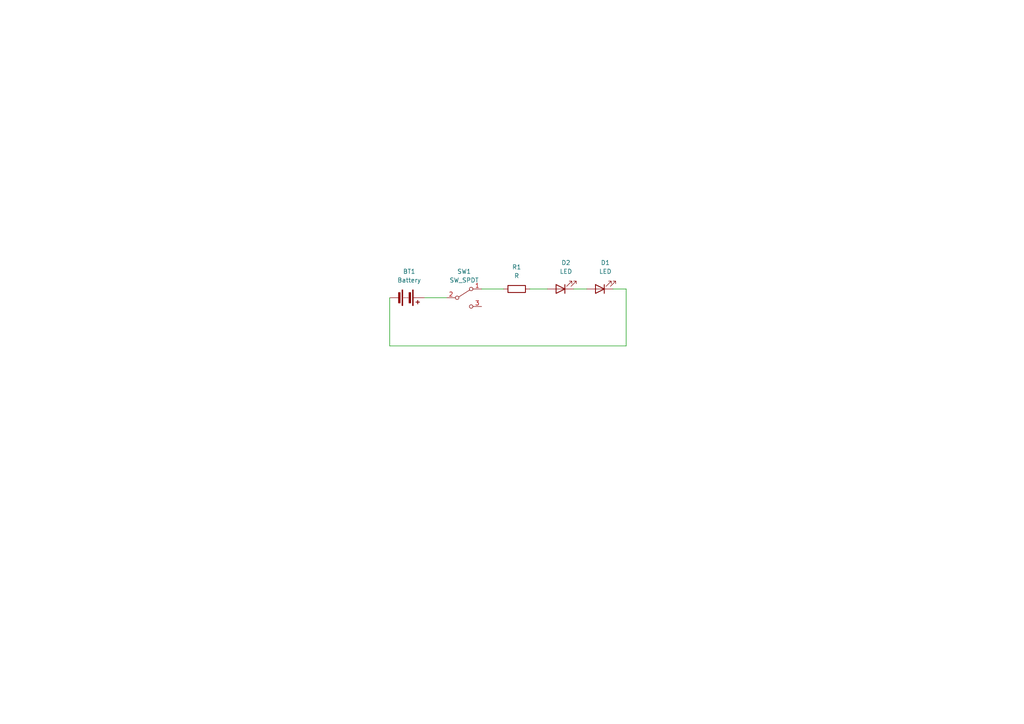
<source format=kicad_sch>
(kicad_sch (version 20230121) (generator eeschema)
  (paper "A4")
  (lib_symbols
    (symbol "Device:Battery" (pin_numbers hide) (pin_names (offset 0) hide)
      (property "Reference" "BT" (at 2.54 2.54 0))
      (property "Value" "Battery" (at 2.54 0 0))
      (symbol "Battery_0_1"
        (rectangle (start -2.286 -1.27) (end 2.286 -1.524) (fill (type outline)))
        (rectangle (start -2.286 1.778) (end 2.286 1.524) (fill (type outline)))
        (rectangle (start -1.524 -2.032) (end 1.524 -2.54) (fill (type outline)))
        (rectangle (start -1.524 1.016) (end 1.524 0.508) (fill (type outline)))
        (polyline (pts (xy 0 -1.016) (xy 0 -0.762)))
        (polyline (pts (xy 0 -0.508) (xy 0 -0.254)))
        (polyline (pts (xy 0 0) (xy 0 0.254)))
        (polyline (pts (xy 0 1.778) (xy 0 2.54)))
        (polyline (pts (xy 0.762 3.048) (xy 1.778 3.048)) (stroke (width 0.254)))
        (polyline (pts (xy 1.27 3.556) (xy 1.27 2.54)) (stroke (width 0.254)))
      )
      (symbol "Battery_1_1"
        (pin passive line (at 0 5.08 270) (length 2.54) (name "+") (number "1"))
        (pin passive line (at 0 -5.08 90) (length 2.54) (name "-") (number "2"))
      )
    )
    (symbol "Device:LED" (pin_numbers hide) (pin_names (offset 1.016) hide)
      (property "Reference" "D" (at 0 2.54 0))
      (property "Value" "LED" (at 0 -2.54 0))
      (symbol "LED_0_1"
        (polyline (pts (xy -1.27 -1.27) (xy -1.27 1.27)) (stroke (width 0.254)))
        (polyline (pts (xy -1.27 0) (xy 1.27 0)))
        (polyline (pts (xy 1.27 -1.27) (xy 1.27 1.27) (xy -1.27 0) (xy 1.27 -1.27)) (stroke (width 0.254)))
        (polyline (pts (xy -3.048 -0.762) (xy -4.572 -2.286) (xy -3.81 -2.286) (xy -4.572 -2.286) (xy -4.572 -1.524)))
        (polyline (pts (xy -1.778 -0.762) (xy -3.302 -2.286) (xy -2.54 -2.286) (xy -3.302 -2.286) (xy -3.302 -1.524)))
      )
      (symbol "LED_1_1"
        (pin passive line (at -3.81 0 0) (length 2.54) (name "K") (number "1"))
        (pin passive line (at 3.81 0 180) (length 2.54) (name "A") (number "2"))
      )
    )
    (symbol "Device:R" (pin_numbers hide) (pin_names (offset 0))
      (property "Reference" "R" (at 2.032 0 90))
      (property "Value" "R" (at 0 0 90))
      (symbol "R_0_1"
        (rectangle (start -1.016 -2.54) (end 1.016 2.54) (stroke (width 0.254)))
      )
      (symbol "R_1_1"
        (pin passive line (at 0 3.81 270) (length 1.27) (name "~") (number "1"))
        (pin passive line (at 0 -3.81 90) (length 1.27) (name "~") (number "2"))
      )
    )
    (symbol "Switch:SW_SPDT" (pin_names (offset 0) hide)
      (property "Reference" "SW" (at 0 4.318 0))
      (property "Value" "SW_SPDT" (at 0 -5.08 0))
      (symbol "SW_SPDT_0_0"
        (circle (center -2.032 0) (radius 0.508))
        (circle (center 2.032 -2.54) (radius 0.508))
      )
      (symbol "SW_SPDT_0_1"
        (polyline (pts (xy -1.524 0.254) (xy 1.651 2.286)))
        (circle (center 2.032 2.54) (radius 0.508))
      )
      (symbol "SW_SPDT_1_1"
        (pin passive line (at 5.08 2.54 180) (length 2.54) (name "A") (number "1"))
        (pin passive line (at -5.08 0 0) (length 2.54) (name "B") (number "2"))
        (pin passive line (at 5.08 -2.54 180) (length 2.54) (name "C") (number "3"))
      )
    )
  )
  (wire (pts (xy 181.61 83.82) (xy 181.61 100.33)))
  (wire (pts (xy 181.61 100.33) (xy 113.03 100.33)))
  (wire (pts (xy 139.7 83.82) (xy 146.05 83.82)))
  (wire (pts (xy 113.03 100.33) (xy 113.03 86.36)))
  (wire (pts (xy 153.67 83.82) (xy 158.75 83.82)))
  (wire (pts (xy 123.19 86.36) (xy 129.54 86.36)))
  (wire (pts (xy 166.37 83.82) (xy 170.18 83.82)))
  (wire (pts (xy 177.8 83.82) (xy 181.61 83.82)))
  (symbol (lib_id "Device:LED") (at 173.99 83.82 180) (unit 1)
    (property "Reference" "D1" (at 175.5775 76.2 0))
    (property "Value" "LED" (at 175.5775 78.74 0))
    (property "Footprint" "LED_THT:LED_D3.0mm" (effects hide))
  )
  (symbol (lib_id "Switch:SW_SPDT") (at 134.62 86.36 0) (unit 1)
    (property "Reference" "SW1" (at 134.62 78.74 0))
    (property "Value" "SW_SPDT" (at 134.62 81.28 0))
    (property "Footprint" "Button_Switch_THT:SW_DIP_SPSTx01_Slide_6.7x4.1mm_W7.62mm_P2.54mm_LowProfile" (effects hide))
  )
  (symbol (lib_id "Device:Battery") (at 118.11 86.36 270) (unit 1)
    (property "Reference" "BT1" (at 118.6815 78.74 90))
    (property "Value" "Battery" (at 118.6815 81.28 90))
    (property "Footprint" "Battery:BatteryHolder_Keystone_1058_1x2032" (effects hide))
  )
  (symbol (lib_id "Device:LED") (at 162.56 83.82 180) (unit 1)
    (property "Reference" "D2" (at 164.1475 76.2 0))
    (property "Value" "LED" (at 164.1475 78.74 0))
    (property "Footprint" "LED_THT:LED_D3.0mm" (effects hide))
  )
  (symbol (lib_id "Device:R") (at 149.86 83.82 90) (unit 1)
    (property "Reference" "R1" (at 149.86 77.47 90))
    (property "Value" "R" (at 149.86 80.01 90))
    (property "Footprint" "Resistor_THT:R_Axial_DIN0207_L6.3mm_D2.5mm_P10.16mm_Horizontal" (effects hide))
  )
)
</source>
